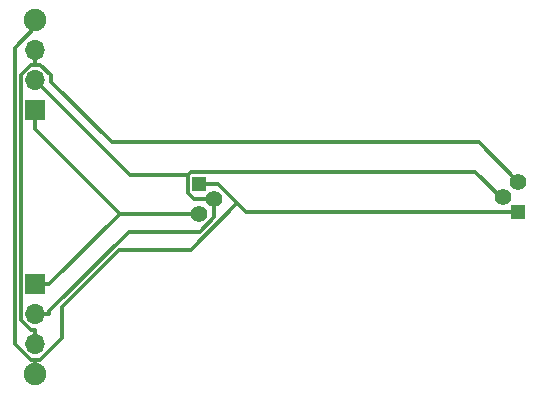
<source format=gbr>
G04 #@! TF.FileFunction,Copper,L1,Top,Signal*
%FSLAX46Y46*%
G04 Gerber Fmt 4.6, Leading zero omitted, Abs format (unit mm)*
G04 Created by KiCad (PCBNEW 4.0.7) date Friday, February 01, 2019 'AMt' 08:28:39 AM*
%MOMM*%
%LPD*%
G01*
G04 APERTURE LIST*
%ADD10C,0.100000*%
%ADD11R,1.700000X1.700000*%
%ADD12O,1.700000X1.700000*%
%ADD13O,1.900000X1.900000*%
%ADD14C,1.400000*%
%ADD15R,1.200000X1.200000*%
%ADD16C,0.304800*%
G04 APERTURE END LIST*
D10*
D11*
X109093000Y-98425000D03*
D12*
X109093000Y-95885000D03*
X109093000Y-93345000D03*
D13*
X109093000Y-90805000D03*
D14*
X124270000Y-105918000D03*
X123000000Y-107188000D03*
D15*
X123000000Y-104648000D03*
D14*
X148730000Y-105730000D03*
X150000000Y-104460000D03*
D15*
X150000000Y-107000000D03*
D11*
X109093000Y-113157000D03*
D12*
X109093000Y-115697000D03*
X109093000Y-118237000D03*
D13*
X109093000Y-120777000D03*
D16*
X109093000Y-113157000D02*
X110295700Y-113157000D01*
X109093000Y-100016300D02*
X109093000Y-98425000D01*
X116264700Y-107188000D02*
X109093000Y-100016300D01*
X110295700Y-113157000D02*
X116264700Y-107188000D01*
X116264700Y-107188000D02*
X123000000Y-107188000D01*
X148636000Y-105824000D02*
X148690600Y-105769400D01*
X148690600Y-105769400D02*
X148730000Y-105730000D01*
X109093000Y-115697000D02*
X110295700Y-115697000D01*
X110295700Y-115425400D02*
X110295700Y-115697000D01*
X117038100Y-108683000D02*
X110295700Y-115425400D01*
X123042300Y-108683000D02*
X117038100Y-108683000D01*
X124270000Y-107455300D02*
X123042300Y-108683000D01*
X124270000Y-105918000D02*
X124270000Y-107455300D01*
X148542000Y-105918000D02*
X148589000Y-105871000D01*
X148589000Y-105871000D02*
X148636000Y-105824000D01*
X117101500Y-103893500D02*
X122047200Y-103893500D01*
X109093000Y-95885000D02*
X117101500Y-103893500D01*
X122298900Y-103641800D02*
X122047200Y-103893500D01*
X146359800Y-103641800D02*
X122298900Y-103641800D01*
X148589000Y-105871000D02*
X146359800Y-103641800D01*
X122553300Y-105918000D02*
X124270000Y-105918000D01*
X122047200Y-105411900D02*
X122553300Y-105918000D01*
X122047200Y-103893500D02*
X122047200Y-105411900D01*
X108719200Y-94547700D02*
X109093000Y-94547700D01*
X107868000Y-95398900D02*
X108719200Y-94547700D01*
X107868000Y-116185100D02*
X107868000Y-95398900D01*
X108717200Y-117034300D02*
X107868000Y-116185100D01*
X109093000Y-117034300D02*
X108717200Y-117034300D01*
X109093000Y-118237000D02*
X109093000Y-117034300D01*
X109093000Y-93345000D02*
X109093000Y-94547700D01*
X109528900Y-94547700D02*
X109093000Y-94547700D01*
X110430200Y-95449000D02*
X109528900Y-94547700D01*
X110430200Y-95987600D02*
X110430200Y-95449000D01*
X115586900Y-101144300D02*
X110430200Y-95987600D01*
X146684300Y-101144300D02*
X115586900Y-101144300D01*
X150000000Y-104460000D02*
X146684300Y-101144300D01*
X150000000Y-107000000D02*
X150429000Y-107000000D01*
X109093000Y-90805000D02*
X109093000Y-91403100D01*
X108719200Y-119574300D02*
X109093000Y-119574300D01*
X107362800Y-118217900D02*
X108719200Y-119574300D01*
X107362800Y-93133300D02*
X107362800Y-118217900D01*
X109093000Y-91403100D02*
X107362800Y-93133300D01*
X109093000Y-120777000D02*
X109093000Y-119574300D01*
X109495200Y-119574300D02*
X109093000Y-119574300D01*
X111371900Y-117697600D02*
X109495200Y-119574300D01*
X111371900Y-115101500D02*
X111371900Y-117697600D01*
X116239400Y-110234000D02*
X111371900Y-115101500D01*
X122291100Y-110234000D02*
X116239400Y-110234000D01*
X126218800Y-106306300D02*
X122291100Y-110234000D01*
X124560500Y-104648000D02*
X126218800Y-106306300D01*
X123000000Y-104648000D02*
X124560500Y-104648000D01*
X126912500Y-107000000D02*
X150000000Y-107000000D01*
X126218800Y-106306300D02*
X126912500Y-107000000D01*
M02*

</source>
